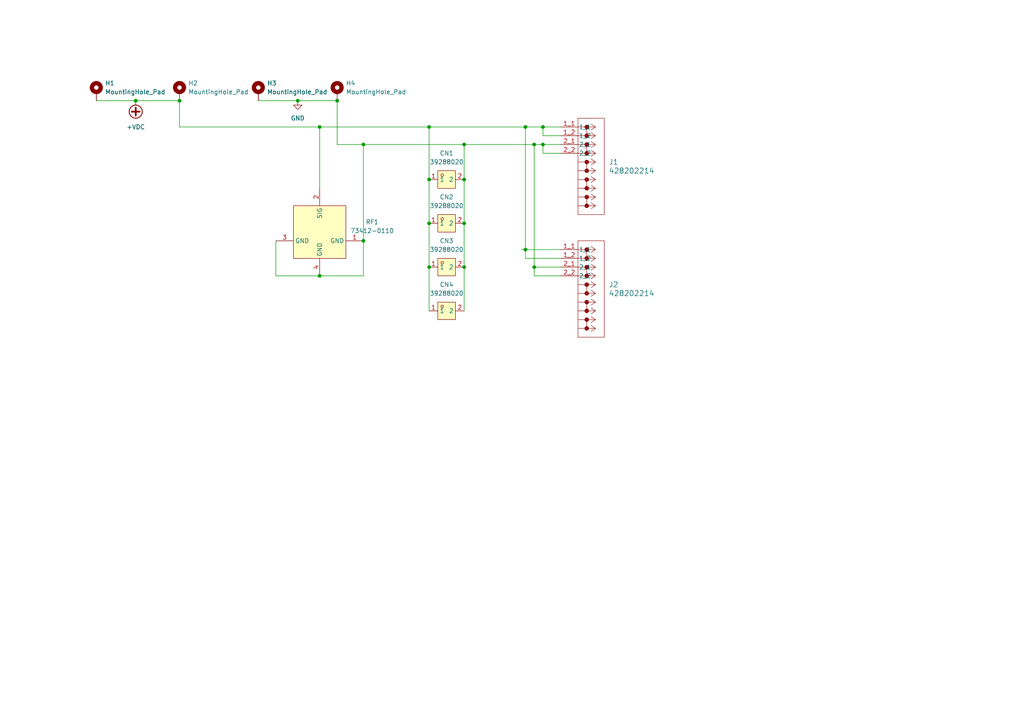
<source format=kicad_sch>
(kicad_sch (version 20250114) (generator "eeschema") (generator_version "9.0")
  (paper "A4")
  (lib_symbols
    (symbol "Mechanical:MountingHole_Pad" (pin_numbers (hide yes)) (pin_names (offset 1.016) (hide yes)) (in_bom no)
      (property "Reference" "H" (at 0 6.35 0))
      (property "Value" "MountingHole_Pad" (at 0 4.445 0))
      (symbol "MountingHole_Pad_0_1"
        (circle (center 0 1.27) (radius 1.27) (stroke (width 1.27)))
      )
      (symbol "MountingHole_Pad_1_1"
        (pin input line (at 0 -2.54 90) (length 2.54) (name "1") (number "1"))
      )
    )
    (symbol "easyeda2kicad:39288020"
      (property "Reference" "CN" (at 0 5.08 0))
      (property "Value" "39288020" (at 0 -5.08 0))
      (symbol "39288020_0_1"
        (rectangle (start -2.54 2.54) (end 2.54 -2.54) (fill (type background)))
        (circle (center -1.27 1.27) (radius 0.38))
        (pin unspecified line (at -5.08 0 0) (length 2.54) (name "1") (number "1"))
        (pin unspecified line (at 5.08 0 180) (length 2.54) (name "2") (number "2"))
      )
    )
    (symbol "easyeda2kicad:428202214" (pin_names (offset 0.254))
      (property "Reference" "J" (at 8.89 6.35 0))
      (property "Value" "428202214" (at 0 0 0))
      (symbol "428202214_1_1"
        (polyline (pts (xy 5.08 2.54) (xy 5.08 -25.4)) (stroke (width 0.127)))
        (polyline (pts (xy 5.08 -25.4) (xy 12.7 -25.4)) (stroke (width 0.127)))
        (polyline (pts (xy 7.62 0) (xy 7.62 -2.54)) (stroke (width 0.127)))
        (circle (center 7.62 0) (radius 0.127) (stroke (width 0.508)))
        (circle (center 7.62 -2.54) (radius 0.127) (stroke (width 0.508)))
        (polyline (pts (xy 7.62 -5.08) (xy 7.62 -7.62)) (stroke (width 0.127)))
        (circle (center 7.62 -5.08) (radius 0.127) (stroke (width 0.508)))
        (circle (center 7.62 -7.62) (radius 0.127) (stroke (width 0.508)))
        (polyline (pts (xy 7.62 -10.16) (xy 7.62 -12.7)) (stroke (width 0.127)))
        (circle (center 7.62 -10.16) (radius 0.127) (stroke (width 0.508)))
        (circle (center 7.62 -12.7) (radius 0.127) (stroke (width 0.508)))
        (polyline (pts (xy 7.62 -15.24) (xy 7.62 -17.78)) (stroke (width 0.127)))
        (circle (center 7.62 -15.24) (radius 0.127) (stroke (width 0.508)))
        (circle (center 7.62 -17.78) (radius 0.127) (stroke (width 0.508)))
        (polyline (pts (xy 7.62 -20.32) (xy 7.62 -22.86)) (stroke (width 0.127)))
        (circle (center 7.62 -20.32) (radius 0.127) (stroke (width 0.508)))
        (circle (center 7.62 -22.86) (radius 0.127) (stroke (width 0.508)))
        (polyline (pts (xy 10.16 0) (xy 5.08 0)) (stroke (width 0.127)))
        (polyline (pts (xy 10.16 0) (xy 8.89 0.8467)) (stroke (width 0.127)))
        (polyline (pts (xy 10.16 0) (xy 8.89 -0.8467)) (stroke (width 0.127)))
        (polyline (pts (xy 10.16 -2.54) (xy 5.08 -2.54)) (stroke (width 0.127)))
        (polyline (pts (xy 10.16 -2.54) (xy 8.89 -1.6933)) (stroke (width 0.127)))
        (polyline (pts (xy 10.16 -2.54) (xy 8.89 -3.3867)) (stroke (width 0.127)))
        (polyline (pts (xy 10.16 -5.08) (xy 5.08 -5.08)) (stroke (width 0.127)))
        (polyline (pts (xy 10.16 -5.08) (xy 8.89 -4.2333)) (stroke (width 0.127)))
        (polyline (pts (xy 10.16 -5.08) (xy 8.89 -5.9267)) (stroke (width 0.127)))
        (polyline (pts (xy 10.16 -7.62) (xy 5.08 -7.62)) (stroke (width 0.127)))
        (polyline (pts (xy 10.16 -7.62) (xy 8.89 -6.7733)) (stroke (width 0.127)))
        (polyline (pts (xy 10.16 -7.62) (xy 8.89 -8.4667)) (stroke (width 0.127)))
        (polyline (pts (xy 10.16 -10.16) (xy 5.08 -10.16)) (stroke (width 0.127)))
        (polyline (pts (xy 10.16 -10.16) (xy 8.89 -9.3133)) (stroke (width 0.127)))
        (polyline (pts (xy 10.16 -10.16) (xy 8.89 -11.0067)) (stroke (width 0.127)))
        (polyline (pts (xy 10.16 -12.7) (xy 5.08 -12.7)) (stroke (width 0.127)))
        (polyline (pts (xy 10.16 -12.7) (xy 8.89 -11.8533)) (stroke (width 0.127)))
        (polyline (pts (xy 10.16 -12.7) (xy 8.89 -13.5467)) (stroke (width 0.127)))
        (polyline (pts (xy 10.16 -15.24) (xy 5.08 -15.24)) (stroke (width 0.127)))
        (polyline (pts (xy 10.16 -15.24) (xy 8.89 -14.3933)) (stroke (width 0.127)))
        (polyline (pts (xy 10.16 -15.24) (xy 8.89 -16.0867)) (stroke (width 0.127)))
        (polyline (pts (xy 10.16 -17.78) (xy 5.08 -17.78)) (stroke (width 0.127)))
        (polyline (pts (xy 10.16 -17.78) (xy 8.89 -16.9333)) (stroke (width 0.127)))
        (polyline (pts (xy 10.16 -17.78) (xy 8.89 -18.6267)) (stroke (width 0.127)))
        (polyline (pts (xy 10.16 -20.32) (xy 5.08 -20.32)) (stroke (width 0.127)))
        (polyline (pts (xy 10.16 -20.32) (xy 8.89 -19.4733)) (stroke (width 0.127)))
        (polyline (pts (xy 10.16 -20.32) (xy 8.89 -21.1667)) (stroke (width 0.127)))
        (polyline (pts (xy 10.16 -22.86) (xy 5.08 -22.86)) (stroke (width 0.127)))
        (polyline (pts (xy 10.16 -22.86) (xy 8.89 -22.0133)) (stroke (width 0.127)))
        (polyline (pts (xy 10.16 -22.86) (xy 8.89 -23.7067)) (stroke (width 0.127)))
        (polyline (pts (xy 12.7 2.54) (xy 5.08 2.54)) (stroke (width 0.127)))
        (polyline (pts (xy 12.7 -25.4) (xy 12.7 2.54)) (stroke (width 0.127)))
        (pin unspecified line (at 0 0 0) (length 5.08) (name "1_1") (number "1_1"))
        (pin unspecified line (at 0 -2.54 0) (length 5.08) (name "1_2") (number "1_2"))
        (pin unspecified line (at 0 -5.08 0) (length 5.08) (name "2_1") (number "2_1"))
        (pin unspecified line (at 0 -7.62 0) (length 5.08) (name "2_2") (number "2_2"))
      )
      (symbol "428202214_1_2"
        (polyline (pts (xy 5.08 2.54) (xy 5.08 -10.16)) (stroke (width 0.127)))
        (polyline (pts (xy 5.08 -10.16) (xy 12.7 -10.16)) (stroke (width 0.127)))
        (polyline (pts (xy 6.35 0) (xy 6.35 -2.54)) (stroke (width 0.127)))
        (circle (center 6.35 0) (radius 0.127) (stroke (width 0.508)))
        (circle (center 6.35 -2.54) (radius 0.127) (stroke (width 0.508)))
        (polyline (pts (xy 6.35 -5.08) (xy 6.35 -7.62)) (stroke (width 0.127)))
        (circle (center 6.35 -5.08) (radius 0.127) (stroke (width 0.508)))
        (circle (center 6.35 -7.62) (radius 0.127) (stroke (width 0.508)))
        (polyline (pts (xy 7.62 0) (xy 5.08 0)) (stroke (width 0.127)))
        (polyline (pts (xy 7.62 0) (xy 8.89 0.8467)) (stroke (width 0.127)))
        (polyline (pts (xy 7.62 0) (xy 8.89 -0.8467)) (stroke (width 0.127)))
        (polyline (pts (xy 7.62 -2.54) (xy 5.08 -2.54)) (stroke (width 0.127)))
        (polyline (pts (xy 7.62 -2.54) (xy 8.89 -1.6933)) (stroke (width 0.127)))
        (polyline (pts (xy 7.62 -2.54) (xy 8.89 -3.3867)) (stroke (width 0.127)))
        (polyline (pts (xy 7.62 -5.08) (xy 5.08 -5.08)) (stroke (width 0.127)))
        (polyline (pts (xy 7.62 -5.08) (xy 8.89 -4.2333)) (stroke (width 0.127)))
        (polyline (pts (xy 7.62 -5.08) (xy 8.89 -5.9267)) (stroke (width 0.127)))
        (polyline (pts (xy 7.62 -7.62) (xy 5.08 -7.62)) (stroke (width 0.127)))
        (polyline (pts (xy 7.62 -7.62) (xy 8.89 -6.7733)) (stroke (width 0.127)))
        (polyline (pts (xy 7.62 -7.62) (xy 8.89 -8.4667)) (stroke (width 0.127)))
        (polyline (pts (xy 12.7 2.54) (xy 5.08 2.54)) (stroke (width 0.127)))
        (polyline (pts (xy 12.7 -10.16) (xy 12.7 2.54)) (stroke (width 0.127)))
        (pin unspecified line (at 0 0 0) (length 5.08) (name "1_1") (number "1_1"))
        (pin unspecified line (at 0 -2.54 0) (length 5.08) (name "1_2") (number "1_2"))
        (pin unspecified line (at 0 -5.08 0) (length 5.08) (name "2_1") (number "2_1"))
        (pin unspecified line (at 0 -7.62 0) (length 5.08) (name "2_2") (number "2_2"))
      )
    )
    (symbol "easyeda2kicad:73412-0110"
      (property "Reference" "RF" (at 0 20.32 0))
      (property "Value" "73412-0110" (at 0 -15.24 0))
      (symbol "73412-0110_0_1"
        (rectangle (start -7.62 10.16) (end 7.62 -5.08) (fill (type background)))
        (pin unspecified line (at -12.7 5.08 0) (length 5.08) (name "GND") (number "1"))
        (pin unspecified line (at 0 15.24 270) (length 5.08) (name "GND") (number "4"))
        (pin unspecified line (at 0 -10.16 90) (length 5.08) (name "SIG") (number "2"))
        (pin unspecified line (at 12.7 5.08 180) (length 5.08) (name "GND") (number "3"))
      )
    )
    (symbol "power:+VDC" (power) (pin_numbers (hide yes)) (pin_names (offset 0) (hide yes))
      (property "Value" "+VDC" (at 0 6.35 0))
      (symbol "+VDC_0_1"
        (polyline (pts (xy -1.143 3.175) (xy 1.143 3.175)) (stroke (width 0.508)))
        (circle (center 0 3.175) (radius 1.905) (stroke (width 0.254)))
        (polyline (pts (xy 0 2.032) (xy 0 4.318)) (stroke (width 0.508)))
        (polyline (pts (xy 0 0) (xy 0 1.27)))
      )
      (symbol "+VDC_1_1"
        (pin power_in line (at 0 0 90) (length 0) (name "~") (number "1"))
      )
    )
    (symbol "power:GND" (power) (pin_numbers (hide yes)) (pin_names (offset 0) (hide yes))
      (property "Value" "GND" (at 0 -3.81 0))
      (symbol "GND_0_1"
        (polyline (pts (xy 0 0) (xy 0 -1.27) (xy 1.27 -1.27) (xy 0 -2.54) (xy -1.27 -1.27) (xy 0 -1.27)))
      )
      (symbol "GND_1_1"
        (pin power_in line (at 0 0 270) (length 0) (name "~") (number "1"))
      )
    )
  )
  (junction (at 134.62 41.91))
  (junction (at 154.94 77.47))
  (junction (at 92.71 36.83))
  (junction (at 157.48 41.91))
  (junction (at 134.62 77.47))
  (junction (at 124.46 52.07))
  (junction (at 124.46 77.47))
  (junction (at 124.46 64.77))
  (junction (at 152.4 72.39))
  (junction (at 97.79 29.21))
  (junction (at 157.48 36.83))
  (junction (at 152.4 36.83))
  (junction (at 134.62 64.77))
  (junction (at 124.46 36.83))
  (junction (at 105.41 69.85))
  (junction (at 105.41 41.91))
  (junction (at 39.37 29.21))
  (junction (at 52.07 29.21))
  (junction (at 86.36 29.21))
  (junction (at 154.94 41.91))
  (junction (at 92.71 80.01))
  (junction (at 134.62 52.07))
  (wire (pts (xy 152.4 72.39) (xy 151.13 72.39)))
  (wire (pts (xy 154.94 41.91) (xy 157.48 41.91)))
  (wire (pts (xy 162.56 74.93) (xy 152.4 74.93)))
  (wire (pts (xy 80.01 80.01) (xy 92.71 80.01)))
  (wire (pts (xy 157.48 39.37) (xy 157.48 36.83)))
  (wire (pts (xy 157.48 36.83) (xy 162.56 36.83)))
  (wire (pts (xy 124.46 36.83) (xy 152.4 36.83)))
  (wire (pts (xy 134.62 41.91) (xy 134.62 52.07)))
  (wire (pts (xy 92.71 36.83) (xy 124.46 36.83)))
  (wire (pts (xy 134.62 77.47) (xy 134.62 90.17)))
  (wire (pts (xy 105.41 41.91) (xy 105.41 69.85)))
  (wire (pts (xy 162.56 44.45) (xy 157.48 44.45)))
  (wire (pts (xy 154.94 80.01) (xy 154.94 77.47)))
  (wire (pts (xy 152.4 36.83) (xy 157.48 36.83)))
  (wire (pts (xy 152.4 36.83) (xy 152.4 72.39)))
  (wire (pts (xy 124.46 36.83) (xy 124.46 52.07)))
  (wire (pts (xy 97.79 29.21) (xy 97.79 41.91)))
  (wire (pts (xy 162.56 39.37) (xy 157.48 39.37)))
  (wire (pts (xy 74.93 29.21) (xy 86.36 29.21)))
  (wire (pts (xy 124.46 77.47) (xy 124.46 90.17)))
  (wire (pts (xy 152.4 72.39) (xy 162.56 72.39)))
  (wire (pts (xy 92.71 80.01) (xy 105.41 80.01)))
  (wire (pts (xy 162.56 80.01) (xy 154.94 80.01)))
  (wire (pts (xy 124.46 64.77) (xy 124.46 77.47)))
  (wire (pts (xy 92.71 36.83) (xy 92.71 54.61)))
  (wire (pts (xy 157.48 41.91) (xy 162.56 41.91)))
  (wire (pts (xy 152.4 74.93) (xy 152.4 72.39)))
  (wire (pts (xy 86.36 29.21) (xy 97.79 29.21)))
  (wire (pts (xy 134.62 64.77) (xy 134.62 77.47)))
  (wire (pts (xy 105.41 69.85) (xy 105.41 80.01)))
  (wire (pts (xy 39.37 29.21) (xy 52.07 29.21)))
  (wire (pts (xy 52.07 36.83) (xy 92.71 36.83)))
  (wire (pts (xy 52.07 36.83) (xy 52.07 29.21)))
  (wire (pts (xy 154.94 77.47) (xy 162.56 77.47)))
  (wire (pts (xy 105.41 41.91) (xy 134.62 41.91)))
  (wire (pts (xy 97.79 41.91) (xy 105.41 41.91)))
  (wire (pts (xy 124.46 52.07) (xy 124.46 64.77)))
  (wire (pts (xy 154.94 41.91) (xy 154.94 77.47)))
  (wire (pts (xy 157.48 44.45) (xy 157.48 41.91)))
  (wire (pts (xy 27.94 29.21) (xy 39.37 29.21)))
  (wire (pts (xy 134.62 52.07) (xy 134.62 64.77)))
  (wire (pts (xy 134.62 41.91) (xy 154.94 41.91)))
  (wire (pts (xy 80.01 69.85) (xy 80.01 80.01)))
  (symbol (lib_id "easyeda2kicad:39288020") (at 129.54 77.47 0) (unit 1)
    (property "Reference" "CN3" (at 129.54 69.85 0))
    (property "Value" "39288020" (at 129.54 72.39 0))
    (property "Footprint" "easyeda2kicad:CONN-TH_39288020" (effects (hide yes)))
    (property "Datasheet" "https://lcsc.com/product-detail/New-Arrivals_MOLEX-39288020_C490534.html" (effects (hide yes)))
    (property "LCSC Part" "C490534" (effects (hide yes)))
  )
  (symbol (lib_id "Mechanical:MountingHole_Pad") (at 74.93 26.67 0) (unit 1) (in_bom no)
    (property "Reference" "H3" (at 77.47 24.1299 0) (effects (justify left)))
    (property "Value" "MountingHole_Pad" (at 77.47 26.6699 0) (effects (justify left)))
    (property "Footprint" "MountingHole:MountingHole_4.3mm_M4_Pad_Via" (effects (hide yes)))
    (property "Description" "Mounting Hole with connection" (effects (hide yes)))
  )
  (symbol (lib_id "Mechanical:MountingHole_Pad") (at 27.94 26.67 0) (unit 1) (in_bom no)
    (property "Reference" "H1" (at 30.48 24.1299 0) (effects (justify left)))
    (property "Value" "MountingHole_Pad" (at 30.48 26.6699 0) (effects (justify left)))
    (property "Footprint" "MountingHole:MountingHole_4.3mm_M4_Pad_Via" (effects (hide yes)))
    (property "Description" "Mounting Hole with connection" (effects (hide yes)))
  )
  (symbol (lib_id "easyeda2kicad:39288020") (at 129.54 64.77 0) (unit 1)
    (property "Reference" "CN2" (at 129.54 57.15 0))
    (property "Value" "39288020" (at 129.54 59.69 0))
    (property "Footprint" "easyeda2kicad:CONN-TH_39288020" (effects (hide yes)))
    (property "Datasheet" "https://lcsc.com/product-detail/New-Arrivals_MOLEX-39288020_C490534.html" (effects (hide yes)))
    (property "LCSC Part" "C490534" (effects (hide yes)))
  )
  (symbol (lib_id "easyeda2kicad:428202214") (at 162.56 36.83 0) (unit 1)
    (property "Reference" "J1" (at 176.53 46.9899 0) (effects (font (size 1.524 1.524)) (justify left)))
    (property "Value" "428202214" (at 176.53 49.5299 0) (effects (font (size 1.524 1.524)) (justify left)))
    (property "Footprint" "easyeda2kicad:CONN_SDA-42820-0002_02_RC_MOL" (effects (hide yes)))
    (property "Datasheet" "https://www.molex.com/en-us/products/part-detail-pdf/428202214?display=pdf" (effects (hide yes)))
  )
  (symbol (lib_id "easyeda2kicad:39288020") (at 129.54 90.17 0) (unit 1)
    (property "Reference" "CN4" (at 129.54 82.55 0))
    (property "Value" "39288020" (at 129.54 85.09 0))
    (property "Footprint" "easyeda2kicad:CONN-TH_39288020" (effects (hide yes)))
    (property "Datasheet" "https://lcsc.com/product-detail/New-Arrivals_MOLEX-39288020_C490534.html" (effects (hide yes)))
    (property "LCSC Part" "C490534" (effects (hide yes)))
  )
  (symbol (lib_id "easyeda2kicad:73412-0110") (at 92.71 64.77 180) (unit 1)
    (property "Reference" "RF1" (at 107.95 64.4046 0))
    (property "Value" "73412-0110" (at 107.95 66.9446 0))
    (property "Footprint" "easyeda2kicad:ANT-SMD_73412-0110" (effects (hide yes)))
    (property "Datasheet" "https://lcsc.com/product-detail/RF-Connectors-Coaxial-Connectors_MOLEX-73412-0110_C434806.html" (effects (hide yes)))
    (property "LCSC Part" "C434806" (effects (hide yes)))
  )
  (symbol (lib_id "easyeda2kicad:428202214") (at 162.56 72.39 0) (unit 1)
    (property "Reference" "J2" (at 176.53 82.5499 0) (effects (font (size 1.524 1.524)) (justify left)))
    (property "Value" "428202214" (at 176.53 85.0899 0) (effects (font (size 1.524 1.524)) (justify left)))
    (property "Footprint" "easyeda2kicad:CONN_SDA-42820-0002_02_RC_MOL" (effects (hide yes)))
    (property "Datasheet" "https://www.molex.com/en-us/products/part-detail-pdf/428202214?display=pdf" (effects (hide yes)))
  )
  (symbol (lib_id "power:GND") (at 86.36 29.21 0) (unit 1)
    (property "Reference" "#PWR02" (effects (hide yes)))
    (property "Value" "GND" (at 86.36 34.29 0))
    (property "Description" "Power symbol creates a global label with name \"GND\" , ground" (effects (hide yes)))
  )
  (symbol (lib_id "Mechanical:MountingHole_Pad") (at 52.07 26.67 0) (unit 1) (in_bom no)
    (property "Reference" "H2" (at 54.61 24.1299 0) (effects (justify left)))
    (property "Value" "MountingHole_Pad" (at 54.61 26.6699 0) (effects (justify left)))
    (property "Footprint" "MountingHole:MountingHole_4.3mm_M4_Pad_Via" (effects (hide yes)))
    (property "Description" "Mounting Hole with connection" (effects (hide yes)))
  )
  (symbol (lib_id "easyeda2kicad:39288020") (at 129.54 52.07 0) (unit 1)
    (property "Reference" "CN1" (at 129.54 44.45 0))
    (property "Value" "39288020" (at 129.54 46.99 0))
    (property "Footprint" "easyeda2kicad:CONN-TH_39288020" (effects (hide yes)))
    (property "Datasheet" "https://lcsc.com/product-detail/New-Arrivals_MOLEX-39288020_C490534.html" (effects (hide yes)))
    (property "LCSC Part" "C490534" (effects (hide yes)))
  )
  (symbol (lib_id "power:+VDC") (at 39.37 29.21 180) (unit 1)
    (property "Reference" "#PWR01" (effects (hide yes)))
    (property "Value" "+VDC" (at 39.37 36.83 0))
    (property "Description" "Power symbol creates a global label with name \"+VDC\"" (effects (hide yes)))
  )
  (symbol (lib_id "Mechanical:MountingHole_Pad") (at 97.79 26.67 0) (unit 1) (in_bom no)
    (property "Reference" "H4" (at 100.33 24.1299 0) (effects (justify left)))
    (property "Value" "MountingHole_Pad" (at 100.33 26.6699 0) (effects (justify left)))
    (property "Footprint" "MountingHole:MountingHole_4.3mm_M4_Pad_Via" (effects (hide yes)))
    (property "Description" "Mounting Hole with connection" (effects (hide yes)))
  )
)
</source>
